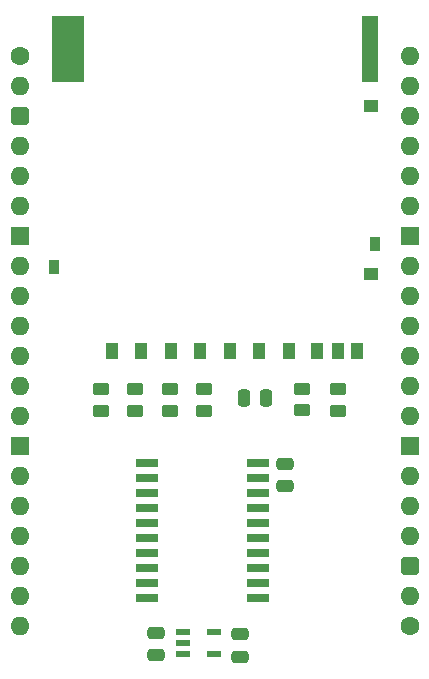
<source format=gts>
%TF.GenerationSoftware,KiCad,Pcbnew,8.0.7*%
%TF.CreationDate,2025-01-05T16:34:17+02:00*%
%TF.ProjectId,SD Card Full Socket,53442043-6172-4642-9046-756c6c20536f,V1*%
%TF.SameCoordinates,Original*%
%TF.FileFunction,Soldermask,Top*%
%TF.FilePolarity,Negative*%
%FSLAX46Y46*%
G04 Gerber Fmt 4.6, Leading zero omitted, Abs format (unit mm)*
G04 Created by KiCad (PCBNEW 8.0.7) date 2025-01-05 16:34:17*
%MOMM*%
%LPD*%
G01*
G04 APERTURE LIST*
G04 Aperture macros list*
%AMRoundRect*
0 Rectangle with rounded corners*
0 $1 Rounding radius*
0 $2 $3 $4 $5 $6 $7 $8 $9 X,Y pos of 4 corners*
0 Add a 4 corners polygon primitive as box body*
4,1,4,$2,$3,$4,$5,$6,$7,$8,$9,$2,$3,0*
0 Add four circle primitives for the rounded corners*
1,1,$1+$1,$2,$3*
1,1,$1+$1,$4,$5*
1,1,$1+$1,$6,$7*
1,1,$1+$1,$8,$9*
0 Add four rect primitives between the rounded corners*
20,1,$1+$1,$2,$3,$4,$5,0*
20,1,$1+$1,$4,$5,$6,$7,0*
20,1,$1+$1,$6,$7,$8,$9,0*
20,1,$1+$1,$8,$9,$2,$3,0*%
G04 Aperture macros list end*
%ADD10C,1.600000*%
%ADD11O,1.600000X1.600000*%
%ADD12RoundRect,0.400000X0.400000X0.400000X-0.400000X0.400000X-0.400000X-0.400000X0.400000X-0.400000X0*%
%ADD13R,1.600000X1.600000*%
%ADD14RoundRect,0.250000X0.450000X-0.262500X0.450000X0.262500X-0.450000X0.262500X-0.450000X-0.262500X0*%
%ADD15RoundRect,0.250000X0.250000X0.475000X-0.250000X0.475000X-0.250000X-0.475000X0.250000X-0.475000X0*%
%ADD16RoundRect,0.250000X0.475000X-0.250000X0.475000X0.250000X-0.475000X0.250000X-0.475000X-0.250000X0*%
%ADD17R,1.100000X1.400000*%
%ADD18R,1.000000X1.400000*%
%ADD19R,1.200000X1.000000*%
%ADD20R,0.900000X1.200000*%
%ADD21R,1.350000X5.600000*%
%ADD22R,2.800000X5.600000*%
%ADD23R,1.950000X0.650000*%
%ADD24R,1.150000X0.600000*%
%ADD25RoundRect,0.250000X-0.475000X0.250000X-0.475000X-0.250000X0.475000X-0.250000X0.475000X0.250000X0*%
%ADD26RoundRect,0.400000X-0.400000X-0.400000X0.400000X-0.400000X0.400000X0.400000X-0.400000X0.400000X0*%
G04 APERTURE END LIST*
D10*
%TO.C,J6*%
X33020000Y-48260000D03*
D11*
X33020000Y-45720000D03*
D12*
X33020000Y-43180000D03*
D11*
X33020000Y-40640000D03*
X33020000Y-38100000D03*
X33020000Y-35560000D03*
D13*
X33020000Y-33020000D03*
D11*
X33020000Y-30480000D03*
X33020000Y-27940000D03*
X33020000Y-25400000D03*
X33020000Y-22860000D03*
X33020000Y-20320000D03*
X33020000Y-17780000D03*
D13*
X33020000Y-15240000D03*
D11*
X33020000Y-12700000D03*
X33020000Y-10160000D03*
X33020000Y-7620000D03*
X33020000Y-5080000D03*
X33020000Y-2540000D03*
X33020000Y0D03*
%TD*%
D14*
%TO.C,R6*%
X23866000Y-29972000D03*
X23866000Y-28147000D03*
%TD*%
D15*
%TO.C,C3*%
X20873000Y-28956000D03*
X18973000Y-28956000D03*
%TD*%
D14*
%TO.C,R4*%
X12690000Y-29995500D03*
X12690000Y-28170500D03*
%TD*%
%TO.C,R1*%
X6848000Y-29995500D03*
X6848000Y-28170500D03*
%TD*%
D16*
%TO.C,C1*%
X11557000Y-50718000D03*
X11557000Y-48818000D03*
%TD*%
D14*
%TO.C,R2*%
X26914000Y-29995500D03*
X26914000Y-28170500D03*
%TD*%
D17*
%TO.C,J1*%
X10290000Y-24910000D03*
X12790000Y-24910000D03*
X15290000Y-24910000D03*
X17790000Y-24910000D03*
X20290000Y-24910000D03*
X22790000Y-24910000D03*
X25215000Y-24910000D03*
X26915000Y-24910000D03*
X7790000Y-24910000D03*
D18*
X28520000Y-24910000D03*
D19*
X29760000Y-18460000D03*
D20*
X30110000Y-15860000D03*
D21*
X29685000Y590000D03*
D22*
X4060000Y590000D03*
D20*
X2910000Y-17860000D03*
D19*
X29760000Y-4210000D03*
%TD*%
D14*
%TO.C,R3*%
X15611000Y-29995500D03*
X15611000Y-28170500D03*
%TD*%
D16*
%TO.C,C2*%
X18669000Y-50845000D03*
X18669000Y-48945000D03*
%TD*%
D23*
%TO.C,IC2*%
X10769000Y-34417000D03*
X10769000Y-35687000D03*
X10769000Y-36957000D03*
X10769000Y-38227000D03*
X10769000Y-39497000D03*
X10769000Y-40767000D03*
X10769000Y-42037000D03*
X10769000Y-43307000D03*
X10769000Y-44577000D03*
X10769000Y-45847000D03*
X20219000Y-45847000D03*
X20219000Y-44577000D03*
X20219000Y-43307000D03*
X20219000Y-42037000D03*
X20219000Y-40767000D03*
X20219000Y-39497000D03*
X20219000Y-38227000D03*
X20219000Y-36957000D03*
X20219000Y-35687000D03*
X20219000Y-34417000D03*
%TD*%
D24*
%TO.C,IC1*%
X13813000Y-48707000D03*
X13813000Y-49657000D03*
X13813000Y-50607000D03*
X16413000Y-50607000D03*
X16413000Y-48707000D03*
%TD*%
D25*
%TO.C,C4*%
X22479000Y-34499000D03*
X22479000Y-36399000D03*
%TD*%
D10*
%TO.C,J5*%
X0Y0D03*
D11*
X0Y-2540000D03*
D26*
X0Y-5080000D03*
D11*
X0Y-7620000D03*
X0Y-10160000D03*
X0Y-12700000D03*
D13*
X0Y-15240000D03*
D11*
X0Y-17780000D03*
X0Y-20320000D03*
X0Y-22860000D03*
X0Y-25400000D03*
X0Y-27940000D03*
X0Y-30480000D03*
D13*
X0Y-33020000D03*
D11*
X0Y-35560000D03*
X0Y-38100000D03*
X0Y-40640000D03*
X0Y-43180000D03*
X0Y-45720000D03*
X0Y-48260000D03*
%TD*%
D14*
%TO.C,R5*%
X9769000Y-29995500D03*
X9769000Y-28170500D03*
%TD*%
M02*

</source>
